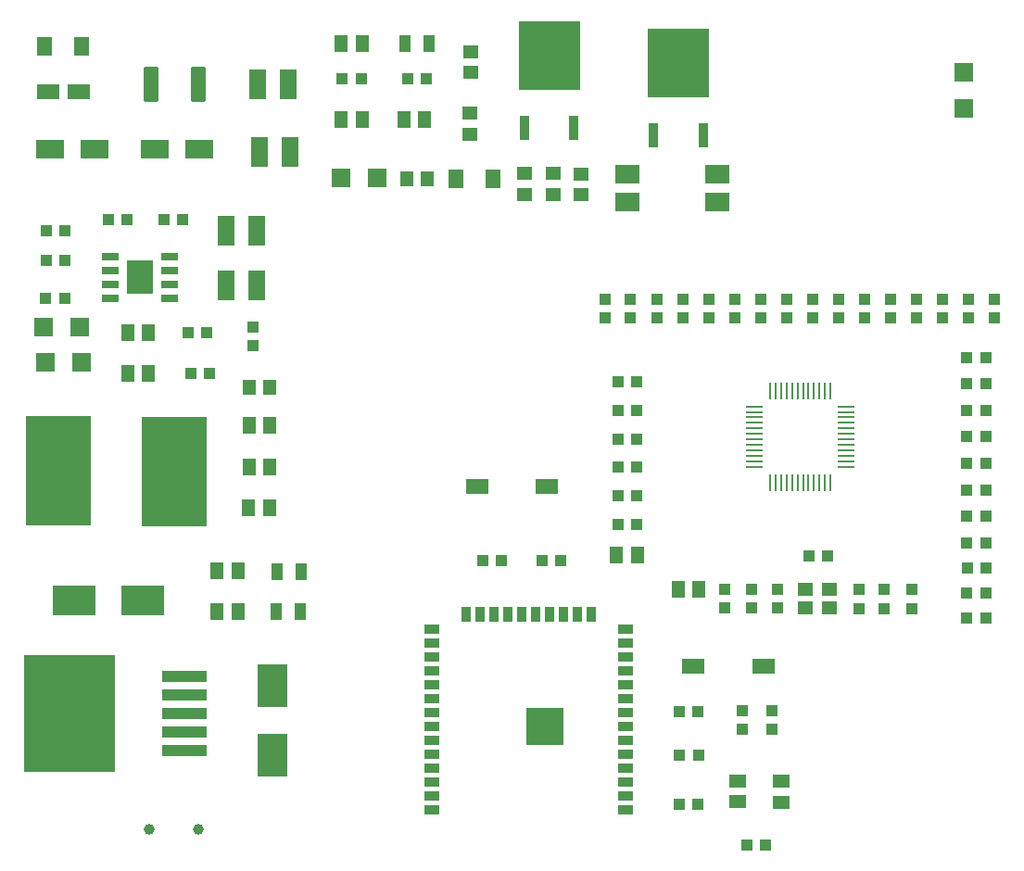
<source format=gtp>
G04*
G04 #@! TF.GenerationSoftware,Altium Limited,Altium Designer,23.0.1 (38)*
G04*
G04 Layer_Color=8421504*
%FSTAX44Y44*%
%MOMM*%
G71*
G04*
G04 #@! TF.SameCoordinates,F694FBC8-736E-493C-811D-9B4FADD6A984*
G04*
G04*
G04 #@! TF.FilePolarity,Positive*
G04*
G01*
G75*
%ADD22R,1.5600X0.2800*%
%ADD23R,0.2800X1.5600*%
%ADD24R,1.1000X1.0000*%
%ADD25R,1.4000X1.2000*%
%ADD26R,1.5000X1.3000*%
%ADD27R,1.0000X1.1000*%
%ADD28R,2.0000X1.4000*%
%ADD29R,1.7000X1.7000*%
%ADD30R,5.5500X6.3000*%
%ADD31R,0.9000X2.2500*%
%ADD32R,1.1000X1.5000*%
%ADD33R,1.3000X1.5000*%
%ADD34R,1.3500X1.8000*%
%ADD35R,1.2000X1.4000*%
%ADD36R,1.7000X1.7000*%
%ADD37R,2.2000X1.7000*%
%ADD38R,1.6000X2.7000*%
%ADD39R,2.4000X3.1000*%
%ADD40R,1.6000X0.7000*%
%ADD41R,2.5000X1.7000*%
G04:AMPARAMS|DCode=42|XSize=1.34mm|YSize=3.29mm|CornerRadius=0.1675mm|HoleSize=0mm|Usage=FLASHONLY|Rotation=0.000|XOffset=0mm|YOffset=0mm|HoleType=Round|Shape=RoundedRectangle|*
%AMROUNDEDRECTD42*
21,1,1.3400,2.9550,0,0,0.0*
21,1,1.0050,3.2900,0,0,0.0*
1,1,0.3350,0.5025,-1.4775*
1,1,0.3350,-0.5025,-1.4775*
1,1,0.3350,-0.5025,1.4775*
1,1,0.3350,0.5025,1.4775*
%
%ADD42ROUNDEDRECTD42*%
%ADD43R,2.0500X1.4500*%
%ADD44R,6.0000X10.0000*%
%ADD45R,4.0386X1.0414*%
%ADD46R,8.3058X10.7442*%
%ADD47R,4.0000X2.8000*%
%ADD48C,1.0000*%
%ADD49R,2.8000X4.0000*%
%ADD50R,1.4000X1.2000*%
%ADD51R,1.4500X0.8600*%
%ADD52R,0.8600X1.4500*%
%ADD53R,3.5000X3.5000*%
D22*
X0076505Y004255D02*
D03*
Y004205D02*
D03*
Y004155D02*
D03*
Y004105D02*
D03*
Y004055D02*
D03*
Y004005D02*
D03*
Y003955D02*
D03*
Y003905D02*
D03*
Y003855D02*
D03*
Y003805D02*
D03*
Y003755D02*
D03*
Y003705D02*
D03*
X0068145D02*
D03*
Y003755D02*
D03*
Y003805D02*
D03*
Y003855D02*
D03*
Y003905D02*
D03*
Y003955D02*
D03*
Y004005D02*
D03*
Y004055D02*
D03*
Y004105D02*
D03*
Y004155D02*
D03*
Y004205D02*
D03*
Y004255D02*
D03*
D23*
X0075075Y003562D02*
D03*
X0074575D02*
D03*
X0074075D02*
D03*
X0073575D02*
D03*
X0073075D02*
D03*
X0072575D02*
D03*
X0072075D02*
D03*
X0071575D02*
D03*
X0071075D02*
D03*
X0070575D02*
D03*
X0070075D02*
D03*
X0069575D02*
D03*
Y004398D02*
D03*
X0070075D02*
D03*
X0070575D02*
D03*
X0071075D02*
D03*
X0071575D02*
D03*
X0072075D02*
D03*
X0072575D02*
D03*
X0073075D02*
D03*
X0073575D02*
D03*
X0074075D02*
D03*
X0074575D02*
D03*
X0075075D02*
D03*
D24*
X00034047Y0055865D02*
D03*
X00051047D02*
D03*
X00630008Y0006188D02*
D03*
X00613008D02*
D03*
X00674509Y00025D02*
D03*
X00691508D02*
D03*
X00630017Y0010669D02*
D03*
X00613016D02*
D03*
X00613008Y00146881D02*
D03*
X00630008D02*
D03*
X00875508Y00232001D02*
D03*
X00892508D02*
D03*
X00892501Y00255D02*
D03*
X008755D02*
D03*
X00892992Y00278001D02*
D03*
X00875992D02*
D03*
X008755Y00301D02*
D03*
X00892501D02*
D03*
Y00325001D02*
D03*
X008755D02*
D03*
X00875508Y00349096D02*
D03*
X00892508D02*
D03*
X00892501Y00373958D02*
D03*
X008755D02*
D03*
X00875508Y00470085D02*
D03*
X00892508D02*
D03*
X00875517Y00446043D02*
D03*
X00892516D02*
D03*
X00875508Y00422D02*
D03*
X00892508D02*
D03*
X00875508Y00398D02*
D03*
X00892508D02*
D03*
X00304834Y00725D02*
D03*
X00321834D02*
D03*
X003815D02*
D03*
X003645D02*
D03*
X00183603Y0045569D02*
D03*
X00166603D02*
D03*
X00164071Y0049335D02*
D03*
X00181071D02*
D03*
X00158571Y0059585D02*
D03*
X00141571D02*
D03*
X00108005D02*
D03*
X00091005D02*
D03*
X00034047Y0058585D02*
D03*
X00051047D02*
D03*
X00573491Y00448D02*
D03*
X00556492D02*
D03*
X00573491Y00422D02*
D03*
X00556492D02*
D03*
X00573491Y00396D02*
D03*
X00556492D02*
D03*
X00449758Y0028488D02*
D03*
X00432759D02*
D03*
X00487508D02*
D03*
X00504509D02*
D03*
X00573491Y003699D02*
D03*
X00556492D02*
D03*
X00573491Y003179D02*
D03*
X00556492D02*
D03*
Y00343857D02*
D03*
X00573491D02*
D03*
X00050922Y005243D02*
D03*
X00033922D02*
D03*
X00748008Y00289D02*
D03*
X00731009D02*
D03*
D25*
X00421284Y006935D02*
D03*
Y006745D02*
D03*
X00421892Y00730456D02*
D03*
Y00749456D02*
D03*
X00523142Y00618956D02*
D03*
Y00637956D02*
D03*
X00497608Y00638299D02*
D03*
Y006193D02*
D03*
X00471558D02*
D03*
Y00638299D02*
D03*
D26*
X00705798Y00082897D02*
D03*
Y00063897D02*
D03*
X00665698Y0006438D02*
D03*
Y00083381D02*
D03*
D27*
X00697698Y00147889D02*
D03*
Y00130889D02*
D03*
X00670208Y00147897D02*
D03*
Y00130897D02*
D03*
X00223443Y00480849D02*
D03*
Y0049785D02*
D03*
X00825Y0024104D02*
D03*
Y0025804D02*
D03*
X008Y00241048D02*
D03*
Y00258048D02*
D03*
X00777086Y0024104D02*
D03*
Y0025804D02*
D03*
X00702457Y00241356D02*
D03*
Y00258356D02*
D03*
X00678415D02*
D03*
Y00241356D02*
D03*
X00654372Y00258348D02*
D03*
Y00241348D02*
D03*
X00900213Y00523492D02*
D03*
Y00506492D02*
D03*
X0087654Y00523492D02*
D03*
Y00506492D02*
D03*
X00852868D02*
D03*
Y00523492D02*
D03*
X00829195Y00506492D02*
D03*
Y00523492D02*
D03*
X00805523D02*
D03*
Y00506492D02*
D03*
X00781851D02*
D03*
Y00523492D02*
D03*
X00758178D02*
D03*
Y00506492D02*
D03*
X00734506D02*
D03*
Y00523492D02*
D03*
X00710834D02*
D03*
Y00506492D02*
D03*
X00687161D02*
D03*
Y00523492D02*
D03*
X00663489D02*
D03*
Y00506492D02*
D03*
X00639816D02*
D03*
Y00523492D02*
D03*
X00616144Y00506492D02*
D03*
Y00523492D02*
D03*
X00592472D02*
D03*
Y00506492D02*
D03*
X0056775Y0050675D02*
D03*
Y0052375D02*
D03*
X00545127Y00506492D02*
D03*
Y00523492D02*
D03*
D28*
X00625508Y0018788D02*
D03*
X00689508D02*
D03*
X00492Y00352492D02*
D03*
X00428D02*
D03*
D29*
X00873Y00698251D02*
D03*
Y00731251D02*
D03*
D30*
X0049375Y00746233D02*
D03*
X00612007Y00739D02*
D03*
D31*
X0051655Y00680232D02*
D03*
X0047095D02*
D03*
X00589207Y00672999D02*
D03*
X00634808D02*
D03*
D32*
X00384008Y007575D02*
D03*
X00362008D02*
D03*
X00267Y00274936D02*
D03*
X00245D02*
D03*
X002665Y0023819D02*
D03*
X002445D02*
D03*
D33*
X00303834Y007575D02*
D03*
X00322835D02*
D03*
X00360968Y00687682D02*
D03*
X00379968D02*
D03*
X00303834D02*
D03*
X00322835D02*
D03*
X002095Y0023819D02*
D03*
X001905D02*
D03*
Y0027519D02*
D03*
X002095D02*
D03*
X00238246Y00333D02*
D03*
X00219246D02*
D03*
X002195Y0037D02*
D03*
X002385D02*
D03*
Y00408D02*
D03*
X002195D02*
D03*
X001085Y0049335D02*
D03*
X001275D02*
D03*
Y0045569D02*
D03*
X001085D02*
D03*
X0063048Y00258348D02*
D03*
X0061148D02*
D03*
X00574492Y00290007D02*
D03*
X00555491D02*
D03*
D34*
X004425Y00633392D02*
D03*
X00409D02*
D03*
X00032947Y00755D02*
D03*
X00066447D02*
D03*
D35*
X00382544Y00633392D02*
D03*
X00363544D02*
D03*
X00219417Y00443326D02*
D03*
X00238416D02*
D03*
D36*
X003365Y00634D02*
D03*
X003035D02*
D03*
X00064553Y0049835D02*
D03*
X00031553D02*
D03*
X000665Y00465851D02*
D03*
X000335D02*
D03*
D37*
X00647Y0061205D02*
D03*
Y0063745D02*
D03*
X00565D02*
D03*
Y0061205D02*
D03*
D38*
X00226443Y0053585D02*
D03*
X00198443D02*
D03*
X00198571Y0058585D02*
D03*
X00226571D02*
D03*
X00257252Y0065786D02*
D03*
X00229252D02*
D03*
X00227Y0072D02*
D03*
X00255D02*
D03*
D39*
X00120071Y0054335D02*
D03*
D40*
X00093071Y005624D02*
D03*
Y005497D02*
D03*
Y00537D02*
D03*
Y005243D02*
D03*
X00147072Y005624D02*
D03*
Y005243D02*
D03*
Y00537D02*
D03*
Y005497D02*
D03*
D41*
X00174358Y0066036D02*
D03*
X0013371D02*
D03*
X00037422D02*
D03*
X0007807D02*
D03*
D42*
X00173Y0072D02*
D03*
X0013D02*
D03*
D43*
X0006425Y007135D02*
D03*
X0003575D02*
D03*
D44*
X00151Y00366D02*
D03*
X00045Y00367D02*
D03*
D45*
X00160375Y00110964D02*
D03*
Y00127982D02*
D03*
Y00145D02*
D03*
Y00162018D02*
D03*
Y00179036D02*
D03*
D46*
X00055854Y00145D02*
D03*
D47*
X000595Y00248D02*
D03*
X001225D02*
D03*
D48*
X00173Y00039D02*
D03*
X00128D02*
D03*
D49*
X00241Y00107D02*
D03*
Y0017D02*
D03*
D50*
X00728Y00258848D02*
D03*
Y00241848D02*
D03*
X00749999D02*
D03*
Y00258848D02*
D03*
D51*
X005633Y00222D02*
D03*
Y002093D02*
D03*
Y001966D02*
D03*
Y001839D02*
D03*
Y001712D02*
D03*
Y001585D02*
D03*
Y001458D02*
D03*
Y001331D02*
D03*
Y001204D02*
D03*
Y001077D02*
D03*
Y00095D02*
D03*
Y000696D02*
D03*
Y000569D02*
D03*
X003867Y00222D02*
D03*
Y002093D02*
D03*
Y001966D02*
D03*
Y001839D02*
D03*
Y001712D02*
D03*
Y001585D02*
D03*
Y001458D02*
D03*
Y001331D02*
D03*
Y001204D02*
D03*
Y001077D02*
D03*
Y00095D02*
D03*
Y000823D02*
D03*
Y000696D02*
D03*
Y000569D02*
D03*
X005633Y000823D02*
D03*
D52*
X0046865Y002353D02*
D03*
X0045595D02*
D03*
X0044325D02*
D03*
X0043055D02*
D03*
X0041785D02*
D03*
X0048135D02*
D03*
X0049405D02*
D03*
X0050675D02*
D03*
X0051945D02*
D03*
X0053215D02*
D03*
D53*
X004896Y001333D02*
D03*
M02*

</source>
